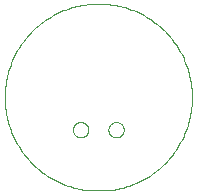
<source format=gko>
G75*
%MOIN*%
%OFA0B0*%
%FSLAX25Y25*%
%IPPOS*%
%LPD*%
%AMOC8*
5,1,8,0,0,1.08239X$1,22.5*
%
%ADD10C,0.00000*%
D10*
X0046132Y0048100D02*
X0046134Y0048201D01*
X0046140Y0048302D01*
X0046150Y0048403D01*
X0046164Y0048503D01*
X0046182Y0048602D01*
X0046204Y0048701D01*
X0046229Y0048799D01*
X0046259Y0048896D01*
X0046292Y0048991D01*
X0046329Y0049085D01*
X0046370Y0049178D01*
X0046414Y0049269D01*
X0046462Y0049358D01*
X0046514Y0049445D01*
X0046569Y0049530D01*
X0046627Y0049612D01*
X0046688Y0049693D01*
X0046753Y0049771D01*
X0046820Y0049846D01*
X0046890Y0049918D01*
X0046964Y0049988D01*
X0047040Y0050055D01*
X0047118Y0050119D01*
X0047199Y0050179D01*
X0047282Y0050236D01*
X0047368Y0050290D01*
X0047456Y0050341D01*
X0047545Y0050388D01*
X0047636Y0050432D01*
X0047729Y0050471D01*
X0047824Y0050508D01*
X0047919Y0050540D01*
X0048016Y0050569D01*
X0048115Y0050593D01*
X0048213Y0050614D01*
X0048313Y0050631D01*
X0048413Y0050644D01*
X0048514Y0050653D01*
X0048615Y0050658D01*
X0048716Y0050659D01*
X0048817Y0050656D01*
X0048918Y0050649D01*
X0049019Y0050638D01*
X0049119Y0050623D01*
X0049218Y0050604D01*
X0049317Y0050581D01*
X0049414Y0050555D01*
X0049511Y0050524D01*
X0049606Y0050490D01*
X0049699Y0050452D01*
X0049792Y0050410D01*
X0049882Y0050365D01*
X0049971Y0050316D01*
X0050057Y0050264D01*
X0050141Y0050208D01*
X0050224Y0050149D01*
X0050303Y0050087D01*
X0050381Y0050022D01*
X0050455Y0049954D01*
X0050527Y0049882D01*
X0050596Y0049809D01*
X0050662Y0049732D01*
X0050725Y0049653D01*
X0050785Y0049571D01*
X0050841Y0049487D01*
X0050894Y0049401D01*
X0050944Y0049313D01*
X0050990Y0049223D01*
X0051033Y0049132D01*
X0051072Y0049038D01*
X0051107Y0048943D01*
X0051138Y0048847D01*
X0051166Y0048750D01*
X0051190Y0048652D01*
X0051210Y0048553D01*
X0051226Y0048453D01*
X0051238Y0048352D01*
X0051246Y0048252D01*
X0051250Y0048151D01*
X0051250Y0048049D01*
X0051246Y0047948D01*
X0051238Y0047848D01*
X0051226Y0047747D01*
X0051210Y0047647D01*
X0051190Y0047548D01*
X0051166Y0047450D01*
X0051138Y0047353D01*
X0051107Y0047257D01*
X0051072Y0047162D01*
X0051033Y0047068D01*
X0050990Y0046977D01*
X0050944Y0046887D01*
X0050894Y0046799D01*
X0050841Y0046713D01*
X0050785Y0046629D01*
X0050725Y0046547D01*
X0050662Y0046468D01*
X0050596Y0046391D01*
X0050527Y0046318D01*
X0050455Y0046246D01*
X0050381Y0046178D01*
X0050303Y0046113D01*
X0050224Y0046051D01*
X0050141Y0045992D01*
X0050057Y0045936D01*
X0049970Y0045884D01*
X0049882Y0045835D01*
X0049792Y0045790D01*
X0049699Y0045748D01*
X0049606Y0045710D01*
X0049511Y0045676D01*
X0049414Y0045645D01*
X0049317Y0045619D01*
X0049218Y0045596D01*
X0049119Y0045577D01*
X0049019Y0045562D01*
X0048918Y0045551D01*
X0048817Y0045544D01*
X0048716Y0045541D01*
X0048615Y0045542D01*
X0048514Y0045547D01*
X0048413Y0045556D01*
X0048313Y0045569D01*
X0048213Y0045586D01*
X0048115Y0045607D01*
X0048016Y0045631D01*
X0047919Y0045660D01*
X0047824Y0045692D01*
X0047729Y0045729D01*
X0047636Y0045768D01*
X0047545Y0045812D01*
X0047456Y0045859D01*
X0047368Y0045910D01*
X0047282Y0045964D01*
X0047199Y0046021D01*
X0047118Y0046081D01*
X0047040Y0046145D01*
X0046964Y0046212D01*
X0046890Y0046282D01*
X0046820Y0046354D01*
X0046753Y0046429D01*
X0046688Y0046507D01*
X0046627Y0046588D01*
X0046569Y0046670D01*
X0046514Y0046755D01*
X0046462Y0046842D01*
X0046414Y0046931D01*
X0046370Y0047022D01*
X0046329Y0047115D01*
X0046292Y0047209D01*
X0046259Y0047304D01*
X0046229Y0047401D01*
X0046204Y0047499D01*
X0046182Y0047598D01*
X0046164Y0047697D01*
X0046150Y0047797D01*
X0046140Y0047898D01*
X0046134Y0047999D01*
X0046132Y0048100D01*
X0051017Y0027911D02*
X0050259Y0028008D01*
X0049504Y0028123D01*
X0048752Y0028257D01*
X0048003Y0028409D01*
X0047259Y0028579D01*
X0046518Y0028768D01*
X0045783Y0028975D01*
X0045053Y0029199D01*
X0044328Y0029442D01*
X0043610Y0029702D01*
X0042898Y0029979D01*
X0042193Y0030274D01*
X0041496Y0030586D01*
X0040807Y0030915D01*
X0040125Y0031261D01*
X0039453Y0031623D01*
X0038789Y0032002D01*
X0038135Y0032397D01*
X0037491Y0032807D01*
X0036857Y0033234D01*
X0036234Y0033675D01*
X0035621Y0034132D01*
X0035020Y0034604D01*
X0034431Y0035090D01*
X0033854Y0035591D01*
X0033289Y0036105D01*
X0032737Y0036633D01*
X0032198Y0037175D01*
X0031673Y0037729D01*
X0031161Y0038296D01*
X0030663Y0038876D01*
X0030180Y0039468D01*
X0029711Y0040071D01*
X0029257Y0040685D01*
X0028818Y0041311D01*
X0028395Y0041947D01*
X0027988Y0042593D01*
X0027596Y0043249D01*
X0027220Y0043914D01*
X0026861Y0044588D01*
X0026519Y0045271D01*
X0026193Y0045962D01*
X0025884Y0046661D01*
X0025593Y0047367D01*
X0025319Y0048080D01*
X0025062Y0048800D01*
X0024823Y0049525D01*
X0024602Y0050257D01*
X0024399Y0050993D01*
X0024214Y0051734D01*
X0024047Y0052480D01*
X0023898Y0053229D01*
X0023768Y0053982D01*
X0023656Y0054738D01*
X0023563Y0055496D01*
X0023488Y0056256D01*
X0023432Y0057018D01*
X0023395Y0057781D01*
X0023376Y0058545D01*
X0023376Y0059309D01*
X0023395Y0060073D01*
X0023432Y0060836D01*
X0023488Y0061598D01*
X0023563Y0062358D01*
X0023656Y0063116D01*
X0023768Y0063872D01*
X0023898Y0064625D01*
X0024047Y0065374D01*
X0024214Y0066120D01*
X0024399Y0066861D01*
X0024602Y0067597D01*
X0024823Y0068329D01*
X0025062Y0069054D01*
X0025319Y0069774D01*
X0025593Y0070487D01*
X0025884Y0071193D01*
X0026193Y0071892D01*
X0026519Y0072583D01*
X0026861Y0073266D01*
X0027220Y0073940D01*
X0027596Y0074605D01*
X0027988Y0075261D01*
X0028395Y0075907D01*
X0028818Y0076543D01*
X0029257Y0077169D01*
X0029711Y0077783D01*
X0030180Y0078386D01*
X0030663Y0078978D01*
X0031161Y0079558D01*
X0031673Y0080125D01*
X0032198Y0080679D01*
X0032737Y0081221D01*
X0033289Y0081749D01*
X0033854Y0082263D01*
X0034431Y0082764D01*
X0035020Y0083250D01*
X0035621Y0083722D01*
X0036234Y0084179D01*
X0036857Y0084620D01*
X0037491Y0085047D01*
X0038135Y0085457D01*
X0038789Y0085852D01*
X0039453Y0086231D01*
X0040125Y0086593D01*
X0040807Y0086939D01*
X0041496Y0087268D01*
X0042193Y0087580D01*
X0042898Y0087875D01*
X0043610Y0088152D01*
X0044328Y0088412D01*
X0045053Y0088655D01*
X0045783Y0088879D01*
X0046518Y0089086D01*
X0047259Y0089275D01*
X0048003Y0089445D01*
X0048752Y0089597D01*
X0049504Y0089731D01*
X0050259Y0089846D01*
X0051017Y0089943D01*
X0051018Y0089943D02*
X0058175Y0089943D01*
X0058933Y0089846D01*
X0059688Y0089731D01*
X0060440Y0089597D01*
X0061189Y0089445D01*
X0061933Y0089275D01*
X0062674Y0089086D01*
X0063409Y0088879D01*
X0064139Y0088655D01*
X0064864Y0088412D01*
X0065582Y0088152D01*
X0066294Y0087875D01*
X0066999Y0087580D01*
X0067696Y0087268D01*
X0068385Y0086939D01*
X0069067Y0086593D01*
X0069739Y0086231D01*
X0070403Y0085852D01*
X0071057Y0085457D01*
X0071701Y0085047D01*
X0072335Y0084620D01*
X0072958Y0084179D01*
X0073571Y0083722D01*
X0074172Y0083250D01*
X0074761Y0082764D01*
X0075338Y0082263D01*
X0075903Y0081749D01*
X0076455Y0081221D01*
X0076994Y0080679D01*
X0077519Y0080125D01*
X0078031Y0079558D01*
X0078529Y0078978D01*
X0079012Y0078386D01*
X0079481Y0077783D01*
X0079935Y0077169D01*
X0080374Y0076543D01*
X0080797Y0075907D01*
X0081204Y0075261D01*
X0081596Y0074605D01*
X0081972Y0073940D01*
X0082331Y0073266D01*
X0082673Y0072583D01*
X0082999Y0071892D01*
X0083308Y0071193D01*
X0083599Y0070487D01*
X0083873Y0069774D01*
X0084130Y0069054D01*
X0084369Y0068329D01*
X0084590Y0067597D01*
X0084793Y0066861D01*
X0084978Y0066120D01*
X0085145Y0065374D01*
X0085294Y0064625D01*
X0085424Y0063872D01*
X0085536Y0063116D01*
X0085629Y0062358D01*
X0085704Y0061598D01*
X0085760Y0060836D01*
X0085797Y0060073D01*
X0085816Y0059309D01*
X0085816Y0058545D01*
X0085797Y0057781D01*
X0085760Y0057018D01*
X0085704Y0056256D01*
X0085629Y0055496D01*
X0085536Y0054738D01*
X0085424Y0053982D01*
X0085294Y0053229D01*
X0085145Y0052480D01*
X0084978Y0051734D01*
X0084793Y0050993D01*
X0084590Y0050257D01*
X0084369Y0049525D01*
X0084130Y0048800D01*
X0083873Y0048080D01*
X0083599Y0047367D01*
X0083308Y0046661D01*
X0082999Y0045962D01*
X0082673Y0045271D01*
X0082331Y0044588D01*
X0081972Y0043914D01*
X0081596Y0043249D01*
X0081204Y0042593D01*
X0080797Y0041947D01*
X0080374Y0041311D01*
X0079935Y0040685D01*
X0079481Y0040071D01*
X0079012Y0039468D01*
X0078529Y0038876D01*
X0078031Y0038296D01*
X0077519Y0037729D01*
X0076994Y0037175D01*
X0076455Y0036633D01*
X0075903Y0036105D01*
X0075338Y0035591D01*
X0074761Y0035090D01*
X0074172Y0034604D01*
X0073571Y0034132D01*
X0072958Y0033675D01*
X0072335Y0033234D01*
X0071701Y0032807D01*
X0071057Y0032397D01*
X0070403Y0032002D01*
X0069739Y0031623D01*
X0069067Y0031261D01*
X0068385Y0030915D01*
X0067696Y0030586D01*
X0066999Y0030274D01*
X0066294Y0029979D01*
X0065582Y0029702D01*
X0064864Y0029442D01*
X0064139Y0029199D01*
X0063409Y0028975D01*
X0062674Y0028768D01*
X0061933Y0028579D01*
X0061189Y0028409D01*
X0060440Y0028257D01*
X0059688Y0028123D01*
X0058933Y0028008D01*
X0058175Y0027911D01*
X0051018Y0027911D01*
X0057943Y0048100D02*
X0057945Y0048201D01*
X0057951Y0048302D01*
X0057961Y0048403D01*
X0057975Y0048503D01*
X0057993Y0048602D01*
X0058015Y0048701D01*
X0058040Y0048799D01*
X0058070Y0048896D01*
X0058103Y0048991D01*
X0058140Y0049085D01*
X0058181Y0049178D01*
X0058225Y0049269D01*
X0058273Y0049358D01*
X0058325Y0049445D01*
X0058380Y0049530D01*
X0058438Y0049612D01*
X0058499Y0049693D01*
X0058564Y0049771D01*
X0058631Y0049846D01*
X0058701Y0049918D01*
X0058775Y0049988D01*
X0058851Y0050055D01*
X0058929Y0050119D01*
X0059010Y0050179D01*
X0059093Y0050236D01*
X0059179Y0050290D01*
X0059267Y0050341D01*
X0059356Y0050388D01*
X0059447Y0050432D01*
X0059540Y0050471D01*
X0059635Y0050508D01*
X0059730Y0050540D01*
X0059827Y0050569D01*
X0059926Y0050593D01*
X0060024Y0050614D01*
X0060124Y0050631D01*
X0060224Y0050644D01*
X0060325Y0050653D01*
X0060426Y0050658D01*
X0060527Y0050659D01*
X0060628Y0050656D01*
X0060729Y0050649D01*
X0060830Y0050638D01*
X0060930Y0050623D01*
X0061029Y0050604D01*
X0061128Y0050581D01*
X0061225Y0050555D01*
X0061322Y0050524D01*
X0061417Y0050490D01*
X0061510Y0050452D01*
X0061603Y0050410D01*
X0061693Y0050365D01*
X0061782Y0050316D01*
X0061868Y0050264D01*
X0061952Y0050208D01*
X0062035Y0050149D01*
X0062114Y0050087D01*
X0062192Y0050022D01*
X0062266Y0049954D01*
X0062338Y0049882D01*
X0062407Y0049809D01*
X0062473Y0049732D01*
X0062536Y0049653D01*
X0062596Y0049571D01*
X0062652Y0049487D01*
X0062705Y0049401D01*
X0062755Y0049313D01*
X0062801Y0049223D01*
X0062844Y0049132D01*
X0062883Y0049038D01*
X0062918Y0048943D01*
X0062949Y0048847D01*
X0062977Y0048750D01*
X0063001Y0048652D01*
X0063021Y0048553D01*
X0063037Y0048453D01*
X0063049Y0048352D01*
X0063057Y0048252D01*
X0063061Y0048151D01*
X0063061Y0048049D01*
X0063057Y0047948D01*
X0063049Y0047848D01*
X0063037Y0047747D01*
X0063021Y0047647D01*
X0063001Y0047548D01*
X0062977Y0047450D01*
X0062949Y0047353D01*
X0062918Y0047257D01*
X0062883Y0047162D01*
X0062844Y0047068D01*
X0062801Y0046977D01*
X0062755Y0046887D01*
X0062705Y0046799D01*
X0062652Y0046713D01*
X0062596Y0046629D01*
X0062536Y0046547D01*
X0062473Y0046468D01*
X0062407Y0046391D01*
X0062338Y0046318D01*
X0062266Y0046246D01*
X0062192Y0046178D01*
X0062114Y0046113D01*
X0062035Y0046051D01*
X0061952Y0045992D01*
X0061868Y0045936D01*
X0061781Y0045884D01*
X0061693Y0045835D01*
X0061603Y0045790D01*
X0061510Y0045748D01*
X0061417Y0045710D01*
X0061322Y0045676D01*
X0061225Y0045645D01*
X0061128Y0045619D01*
X0061029Y0045596D01*
X0060930Y0045577D01*
X0060830Y0045562D01*
X0060729Y0045551D01*
X0060628Y0045544D01*
X0060527Y0045541D01*
X0060426Y0045542D01*
X0060325Y0045547D01*
X0060224Y0045556D01*
X0060124Y0045569D01*
X0060024Y0045586D01*
X0059926Y0045607D01*
X0059827Y0045631D01*
X0059730Y0045660D01*
X0059635Y0045692D01*
X0059540Y0045729D01*
X0059447Y0045768D01*
X0059356Y0045812D01*
X0059267Y0045859D01*
X0059179Y0045910D01*
X0059093Y0045964D01*
X0059010Y0046021D01*
X0058929Y0046081D01*
X0058851Y0046145D01*
X0058775Y0046212D01*
X0058701Y0046282D01*
X0058631Y0046354D01*
X0058564Y0046429D01*
X0058499Y0046507D01*
X0058438Y0046588D01*
X0058380Y0046670D01*
X0058325Y0046755D01*
X0058273Y0046842D01*
X0058225Y0046931D01*
X0058181Y0047022D01*
X0058140Y0047115D01*
X0058103Y0047209D01*
X0058070Y0047304D01*
X0058040Y0047401D01*
X0058015Y0047499D01*
X0057993Y0047598D01*
X0057975Y0047697D01*
X0057961Y0047797D01*
X0057951Y0047898D01*
X0057945Y0047999D01*
X0057943Y0048100D01*
M02*

</source>
